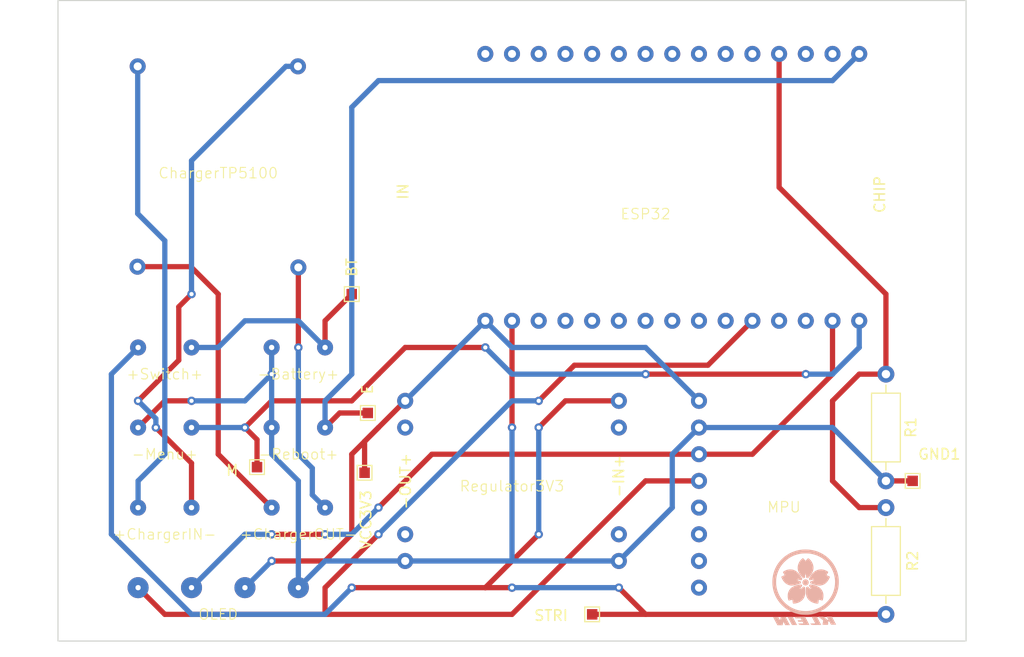
<source format=kicad_pcb>
(kicad_pcb (version 20221018) (generator pcbnew)
  (title_block (title "Gyroscopic controller - PCB") (rev "Dominik Klein"))
  (layers (0 "F.Cu" signal) (31 "B.Cu" signal) (34 "B.Paste" user) (35 "F.Paste" user) (36 "B.SilkS" user "B.Silkscreen") (37 "F.SilkS" user "F.Silkscreen") (38 "B.Mask" user) (39 "F.Mask" user) (44 "Edge.Cuts" user))
  (net 0 "")
  (net 1 "GND")
  (net 2 "BTSI")
  (net 3 "VCC3V3")
  (net 12 "SDA")
  (net 15 "SCL")
  (net 16 "D23")
  (net 28 "D34")
  (net 31 "EN")
  (net 36 "STRI")
  (net 37 "CHI-")
  (net 38 "CHI+")
  (net 39 "CHO+")
  (net 40 "CHO-")
  (footprint "TestPoint:TestPoint_Pad_1.0x1.0mm" (layer "F.Cu") (at 103.126734 59.57559)
    (fp_text reference "E" (at -0.033147 -2.244577 90) (layer "F.SilkS"))
    (fp_text value "~")
    (fp_line (start -0.7 -0.7) (end 0.7 -0.7) (stroke (width 0.12)) (layer "F.SilkS"))
    (fp_line (start -0.7 0.7) (end -0.7 -0.7) (stroke (width 0.12)) (layer "F.SilkS"))
    (fp_line (start 0.7 -0.7) (end 0.7 0.7) (stroke (width 0.12)) (layer "F.SilkS"))
    (fp_line (start 0.7 0.7) (end -0.7 0.7) (stroke (width 0.12)) (layer "F.SilkS"))
    (pad "1" smd rect (at 0 0) (size 1 1) (layers "F.Cu" "F.Mask") (net 31 "EN"))
  )
  (footprint "Gyroskopicke-pomucky:Tlacitko" (layer "F.Cu") (at 96.52 53.34)
    (fp_text reference "-Battery+" (at 0 2.54 unlocked) (layer "F.SilkS") (effects (font (thickness 0.1))))
    (fp_text value "Conn_01x02_Pin")
    (pad "1" thru_hole circle (at -2.54 0) (size 1.524 1.524) (drill 0.5) (layers "*.Cu" "*.Mask") (net 1 "GND"))
    (pad "2" thru_hole circle (at 2.54 0) (size 1.524 1.524) (drill 0.5) (layers "*.Cu" "*.Mask") (net 2 "BTSI"))
  )
  (footprint "Resistor_THT:R_Axial_DIN0207_L6.3mm_D2.5mm_P10.16mm_Horizontal" (layer "F.Cu") (at 152.4 78.74 90)
    (fp_text reference "R2" (at 5.08 2.54 90) (layer "F.SilkS"))
    (fp_text value "220kΩ")
    (fp_line (start 1.04 0) (end 1.81 0) (stroke (width 0.12)) (layer "F.SilkS"))
    (fp_line (start 1.81 -1.37) (end 1.81 1.37) (stroke (width 0.12)) (layer "F.SilkS"))
    (fp_line (start 1.81 1.37) (end 8.35 1.37) (stroke (width 0.12)) (layer "F.SilkS"))
    (fp_line (start 8.35 -1.37) (end 1.81 -1.37) (stroke (width 0.12)) (layer "F.SilkS"))
    (fp_line (start 8.35 1.37) (end 8.35 -1.37) (stroke (width 0.12)) (layer "F.SilkS"))
    (fp_line (start 9.12 0) (end 8.35 0) (stroke (width 0.12)) (layer "F.SilkS"))
    (pad "1" thru_hole circle (at 0 0 90) (size 1.6 1.6) (drill 0.8) (layers "*.Cu" "*.Mask") (net 36 "STRI"))
    (pad "2" thru_hole oval (at 10.16 0 90) (size 1.6 1.6) (drill 0.8) (layers "*.Cu" "*.Mask") (net 28 "D34"))
  )
  (footprint "Resistor_THT:R_Axial_DIN0207_L6.3mm_D2.5mm_P10.16mm_Horizontal" (layer "F.Cu") (at 152.4 55.88 -90)
    (fp_text reference "R1" (at 5.08 -2.37 90) (layer "F.SilkS"))
    (fp_text value "110k")
    (fp_line (start 1.04 0) (end 1.81 0) (stroke (width 0.12)) (layer "F.SilkS"))
    (fp_line (start 1.81 -1.37) (end 1.81 1.37) (stroke (width 0.12)) (layer "F.SilkS"))
    (fp_line (start 1.81 1.37) (end 8.35 1.37) (stroke (width 0.12)) (layer "F.SilkS"))
    (fp_line (start 8.35 -1.37) (end 1.81 -1.37) (stroke (width 0.12)) (layer "F.SilkS"))
    (fp_line (start 8.35 1.37) (end 8.35 -1.37) (stroke (width 0.12)) (layer "F.SilkS"))
    (fp_line (start 9.12 0) (end 8.35 0) (stroke (width 0.12)) (layer "F.SilkS"))
    (pad "1" thru_hole circle (at 0 0 270) (size 1.6 1.6) (drill 0.8) (layers "*.Cu" "*.Mask") (net 28 "D34"))
    (pad "2" thru_hole oval (at 10.16 0 270) (size 1.6 1.6) (drill 0.8) (layers "*.Cu" "*.Mask") (net 1 "GND"))
  )
  (footprint "Gyroskopicke-pomucky:Tlacitko" (layer "F.Cu") (at 96.52 60.96)
    (fp_text reference "-Reboot+" (at 0 2.54 unlocked) (layer "F.SilkS") (effects (font (thickness 0.1))))
    (fp_text value "Conn_01x02_Pin")
    (pad "1" thru_hole circle (at -2.54 0) (size 1.524 1.524) (drill 0.5) (layers "*.Cu" "*.Mask") (net 1 "GND"))
    (pad "2" thru_hole circle (at 2.54 0) (size 1.524 1.524) (drill 0.5) (layers "*.Cu" "*.Mask") (net 31 "EN"))
  )
  (footprint "MountingHole:MountingHole_2.1mm" (layer "F.Cu") (at 76.2 22.86)
    (fp_text reference "REF**" hide)
    (fp_text value "MountingHole_2.1mm")
    (pad "" np_thru_hole circle (at 0 0) (size 2.1 2.1) (drill 2.1) (layers "F&B.Cu" "*.Mask"))
  )
  (footprint "TestPoint:TestPoint_Pad_1.0x1.0mm" (layer "F.Cu") (at 154.94 66.04)
    (fp_text reference "GND1" (at 2.54 -2.54) (layer "F.SilkS"))
    (fp_text value "~")
    (fp_line (start -0.7 -0.7) (end 0.7 -0.7) (stroke (width 0.12)) (layer "F.SilkS"))
    (fp_line (start -0.7 0.7) (end -0.7 -0.7) (stroke (width 0.12)) (layer "F.SilkS"))
    (fp_line (start 0.7 -0.7) (end 0.7 0.7) (stroke (width 0.12)) (layer "F.SilkS"))
    (fp_line (start 0.7 0.7) (end -0.7 0.7) (stroke (width 0.12)) (layer "F.SilkS"))
    (pad "1" smd rect (at 0 0) (size 1 1) (layers "F.Cu" "F.Mask") (net 1 "GND"))
  )
  (footprint "Gyroskopicke-pomucky:Tlacitko" (layer "F.Cu") (at 96.52 68.58)
    (fp_text reference "+ChargerOUT-" (at 0 2.54 unlocked) (layer "F.SilkS") (effects (font (thickness 0.1))))
    (fp_text value "Conn_01x02_Pin")
    (pad "1" thru_hole circle (at -2.54 0) (size 1.524 1.524) (drill 0.5) (layers "*.Cu" "*.Mask") (net 39 "CHO+"))
    (pad "2" thru_hole circle (at 2.54 0) (size 1.524 1.524) (drill 0.5) (layers "*.Cu" "*.Mask") (net 40 "CHO-"))
  )
  (footprint "Gyroskopicke-pomucky:OLED" (layer "F.Cu") (at 88.9 76.2)
    (fp_text reference "OLED" (at 0 2.54 unlocked) (layer "F.SilkS") (effects (font (thickness 0.1))))
    (fp_text value "Conn_01x04_Pin")
    (pad "1" thru_hole circle (at -7.62 0) (size 2 2) (drill 0.5) (layers "*.Cu" "*.Mask") (net 12 "SDA"))
    (pad "2" thru_hole circle (at -2.54 0) (size 2 2) (drill 0.5) (layers "*.Cu" "*.Mask") (net 15 "SCL"))
    (pad "3" thru_hole circle (at 2.54 0) (size 2 2) (drill 0.5) (layers "*.Cu" "*.Mask") (net 3 "VCC3V3"))
    (pad "4" thru_hole circle (at 7.62 0) (size 2 2) (drill 0.5) (layers "*.Cu" "*.Mask") (net 1 "GND"))
  )
  (footprint "Gyroskopicke-pomucky:ESP32_30Pin_Module" (layer "F.Cu") (at 137.16 33.02 90)
    (fp_text reference "ESP32" (at -7.62 -7.62 unlocked) (layer "F.SilkS") (effects (font (thickness 0.1))))
    (fp_text value "~")
    (pad "1" thru_hole circle (at -17.78 -22.86 90) (size 1.524 1.524) (drill 0.762) (layers "*.Cu" "*.Mask") (net 3 "VCC3V3"))
    (pad "2" thru_hole circle (at -17.78 -20.32 90) (size 1.524 1.524) (drill 0.762) (layers "*.Cu" "*.Mask") (net 1 "GND"))
    (pad "3" thru_hole circle (at -17.78 -17.78 90) (size 1.524 1.524) (drill 0.762) (layers "*.Cu" "*.Mask"))
    (pad "4" thru_hole circle (at -17.78 -15.24 90) (size 1.524 1.524) (drill 0.762) (layers "*.Cu" "*.Mask"))
    (pad "5" thru_hole circle (at -17.78 -12.7 90) (size 1.524 1.524) (drill 0.762) (layers "*.Cu" "*.Mask"))
    (pad "6" thru_hole circle (at -17.78 -10.16 90) (size 1.524 1.524) (drill 0.762) (layers "*.Cu" "*.Mask"))
    (pad "7" thru_hole circle (at -17.78 -7.62 90) (size 1.524 1.524) (drill 0.762) (layers "*.Cu" "*.Mask"))
    (pad "8" thru_hole circle (at -17.78 -5.08 90) (size 1.524 1.524) (drill 0.762) (layers "*.Cu" "*.Mask"))
    (pad "9" thru_hole circle (at -17.78 -2.54 90) (size 1.524 1.524) (drill 0.762) (layers "*.Cu" "*.Mask"))
    (pad "10" thru_hole circle (at -17.78 0 90) (size 1.524 1.524) (drill 0.762) (layers "*.Cu" "*.Mask"))
    (pad "11" thru_hole circle (at -17.78 2.54 90) (size 1.524 1.524) (drill 0.762) (layers "*.Cu" "*.Mask") (net 12 "SDA"))
    (pad "12" thru_hole circle (at -17.78 5.08 90) (size 1.524 1.524) (drill 0.762) (layers "*.Cu" "*.Mask"))
    (pad "13" thru_hole circle (at -17.78 7.62 90) (size 1.524 1.524) (drill 0.762) (layers "*.Cu" "*.Mask"))
    (pad "14" thru_hole circle (at -17.78 10.16 90) (size 1.524 1.524) (drill 0.762) (layers "*.Cu" "*.Mask") (net 15 "SCL"))
    (pad "15" thru_hole circle (at -17.78 12.7 90) (size 1.524 1.524) (drill 0.762) (layers "*.Cu" "*.Mask") (net 16 "D23"))
    (pad "16" thru_hole circle (at 7.62 -22.86 90) (size 1.524 1.524) (drill 0.762) (layers "*.Cu" "*.Mask"))
    (pad "17" thru_hole circle (at 7.62 -20.32 90) (size 1.524 1.524) (drill 0.762) (layers "*.Cu" "*.Mask"))
    (pad "18" thru_hole circle (at 7.62 -17.78 90) (size 1.524 1.524) (drill 0.762) (layers "*.Cu" "*.Mask"))
    (pad "19" thru_hole circle (at 7.62 -15.24 90) (size 1.524 1.524) (drill 0.762) (layers "*.Cu" "*.Mask"))
    (pad "20" thru_hole circle (at 7.62 -12.7 90) (size 1.524 1.524) (drill 0.762) (layers "*.Cu" "*.Mask"))
    (pad "21" thru_hole circle (at 7.62 -10.16 90) (size 1.524 1.524) (drill 0.762) (layers "*.Cu" "*.Mask"))
    (pad "22" thru_hole circle (at 7.62 -7.62 90) (size 1.524 1.524) (drill 0.762) (layers "*.Cu" "*.Mask"))
    (pad "23" thru_hole circle (at 7.62 -5.08 90) (size 1.524 1.524) (drill 0.762) (layers "*.Cu" "*.Mask"))
    (pad "24" thru_hole circle (at 7.62 -2.54 90) (size 1.524 1.524) (drill 0.762) (layers "*.Cu" "*.Mask"))
    (pad "25" thru_hole circle (at 7.62 0 90) (size 1.524 1.524) (drill 0.762) (layers "*.Cu" "*.Mask"))
    (pad "26" thru_hole circle (at 7.62 2.54 90) (size 1.524 1.524) (drill 0.762) (layers "*.Cu" "*.Mask"))
    (pad "27" thru_hole circle (at 7.62 5.08 90) (size 1.524 1.524) (drill 0.762) (layers "*.Cu" "*.Mask") (net 28 "D34"))
    (pad "28" thru_hole circle (at 7.62 7.62 90) (size 1.524 1.524) (drill 0.762) (layers "*.Cu" "*.Mask"))
    (pad "29" thru_hole circle (at 7.62 10.16 90) (size 1.524 1.524) (drill 0.762) (layers "*.Cu" "*.Mask"))
    (pad "30" thru_hole circle (at 7.62 12.7 90) (size 1.524 1.524) (drill 0.762) (layers "*.Cu" "*.Mask") (net 31 "EN"))
  )
  (footprint "MountingHole:MountingHole_2.1mm" (layer "F.Cu") (at 157.48 22.86)
    (fp_text reference "REF**" hide)
    (fp_text value "MountingHole_2.1mm")
    (pad "" np_thru_hole circle (at 0 0) (size 2.1 2.1) (drill 2.1) (layers "F&B.Cu" "*.Mask"))
  )
  (footprint "MountingHole:MountingHole_2.1mm" (layer "F.Cu") (at 157.48 78.74)
    (fp_text reference "REF**" hide)
    (fp_text value "MountingHole_2.1mm")
    (pad "" np_thru_hole circle (at 0 0) (size 2.1 2.1) (drill 2.1) (layers "F&B.Cu" "*.Mask"))
  )
  (footprint "Gyroskopicke-pomucky:Tlacitko" (layer "F.Cu") (at 83.82 53.34)
    (fp_text reference "+Switch+" (at 0 2.54 unlocked) (layer "F.SilkS") (effects (font (thickness 0.1))))
    (fp_text value "Conn_01x02_Pin")
    (pad "1" thru_hole circle (at -2.54 0) (size 1.524 1.524) (drill 0.5) (layers "*.Cu" "*.Mask") (net 36 "STRI"))
    (pad "2" thru_hole circle (at 2.54 0) (size 1.524 1.524) (drill 0.5) (layers "*.Cu" "*.Mask") (net 2 "BTSI"))
  )
  (footprint "Gyroskopicke-pomucky:Tlacitko" (layer "F.Cu") (at 83.82 68.58 180)
    (fp_text reference "+ChargerIN-" (at 0 -2.54 unlocked) (layer "F.SilkS") (effects (font (thickness 0.1))))
    (fp_text value "Conn_01x02_Pin")
    (pad "1" thru_hole circle (at -2.54 0 180) (size 1.524 1.524) (drill 0.5) (layers "*.Cu" "*.Mask") (net 37 "CHI-"))
    (pad "2" thru_hole circle (at 2.54 0 180) (size 1.524 1.524) (drill 0.5) (layers "*.Cu" "*.Mask") (net 38 "CHI+"))
  )
  (footprint "Gyroskopicke-pomucky:Gyroskop" (layer "F.Cu") (at 139.7 66.04)
    (fp_text reference "MPU" (at 3 2.5 unlocked) (layer "F.SilkS") (effects (font (thickness 0.1))))
    (fp_text value "~")
    (pad "1" thru_hole circle (at -5.08 -7.62 270) (size 1.524 1.524) (drill 0.762) (layers "*.Cu" "*.Mask") (net 3 "VCC3V3"))
    (pad "2" thru_hole circle (at -5.08 -5.08 270) (size 1.524 1.524) (drill 0.762) (layers "*.Cu" "*.Mask") (net 1 "GND"))
    (pad "3" thru_hole circle (at -5.08 -2.54 270) (size 1.524 1.524) (drill 0.762) (layers "*.Cu" "*.Mask") (net 15 "SCL"))
    (pad "4" thru_hole circle (at -5.08 0 270) (size 1.524 1.524) (drill 0.762) (layers "*.Cu" "*.Mask") (net 12 "SDA"))
    (pad "5" thru_hole circle (at -5.08 2.54 270) (size 1.524 1.524) (drill 0.762) (layers "*.Cu" "*.Mask"))
    (pad "6" thru_hole circle (at -5.08 5.08 270) (size 1.524 1.524) (drill 0.762) (layers "*.Cu" "*.Mask"))
    (pad "7" thru_hole circle (at -5.08 7.62 270) (size 1.524 1.524) (drill 0.762) (layers "*.Cu" "*.Mask"))
    (pad "8" thru_hole circle (at -5.08 10.16 270) (size 1.524 1.524) (drill 0.762) (layers "*.Cu" "*.Mask"))
  )
  (footprint "Gyroskopicke-pomucky:Tlacitko" (layer "F.Cu") (at 83.82 60.96)
    (fp_text reference "-Menu+" (at 0 2.54 unlocked) (layer "F.SilkS") (effects (font (thickness 0.1))))
    (fp_text value "Conn_01x02_Pin")
    (pad "1" thru_hole circle (at -2.54 0) (size 1.524 1.524) (drill 0.5) (layers "*.Cu" "*.Mask") (net 1 "GND"))
    (pad "2" thru_hole circle (at 2.54 0) (size 1.524 1.524) (drill 0.5) (layers "*.Cu" "*.Mask") (net 16 "D23"))
  )
  (footprint "TestPoint:TestPoint_Pad_1.0x1.0mm" (layer "F.Cu") (at 124.46 78.74)
    (fp_text reference "STRI" (at -3.903796 0.110939) (layer "F.SilkS"))
    (fp_text value "~")
    (fp_line (start -0.7 -0.7) (end 0.7 -0.7) (stroke (width 0.12)) (layer "F.SilkS"))
    (fp_line (start -0.7 0.7) (end -0.7 -0.7) (stroke (width 0.12)) (layer "F.SilkS"))
    (fp_line (start 0.7 -0.7) (end 0.7 0.7) (stroke (width 0.12)) (layer "F.SilkS"))
    (fp_line (start 0.7 0.7) (end -0.7 0.7) (stroke (width 0.12)) (layer "F.SilkS"))
    (pad "1" smd rect (at 0 0) (size 1 1) (layers "F.Cu" "F.Mask") (net 36 "STRI"))
  )
  (footprint "Gyroskopicke-pomucky:TP5100" (layer "F.Cu") (at 86.321539 36.743557 -90)
    (fp_text reference "ChargerTP5100" (at 0 -2.578461 unlocked) (layer "F.SilkS") (effects (font (thickness 0.1))))
    (fp_text value "~")
    (pad "1" thru_hole circle (at -10.16 -10.16 270) (size 1.524 1.524) (drill 0.762) (layers "*.Cu" "*.Mask") (net 37 "CHI-"))
    (pad "2" thru_hole circle (at -10.16 5.08 270) (size 1.524 1.524) (drill 0.762) (layers "*.Cu" "*.Mask") (net 38 "CHI+"))
    (pad "3" thru_hole circle (at 8.976443 -10.198461 270) (size 1.524 1.524) (drill 0.762) (layers "*.Cu" "*.Mask") (net 40 "CHO-"))
    (pad "4" thru_hole circle (at 8.907517 5.103229 270) (size 1.524 1.524) (drill 0.762) (layers "*.Cu" "*.Mask") (net 39 "CHO+"))
  )
  (footprint "TestPoint:TestPoint_Pad_1.0x1.0mm" (layer "F.Cu") (at 92.589841 64.728669)
    (fp_text reference "M" (at -2.360539 0.30573) (layer "F.SilkS"))
    (fp_text value "~")
    (fp_line (start -0.7 -0.7) (end 0.7 -0.7) (stroke (width 0.12)) (layer "F.SilkS"))
    (fp_line (start -0.7 0.7) (end -0.7 -0.7) (stroke (width 0.12)) (layer "F.SilkS"))
    (fp_line (start 0.7 -0.7) (end 0.7 0.7) (stroke (width 0.12)) (layer "F.SilkS"))
    (fp_line (start 0.7 0.7) (end -0.7 0.7) (stroke (width 0.12)) (layer "F.SilkS"))
    (pad "1" smd rect (at 0 0) (size 1 1) (layers "F.Cu" "F.Mask") (net 16 "D23"))
  )
  (footprint "TestPoint:TestPoint_Pad_1.0x1.0mm" (layer "F.Cu") (at 102.819088 65.267051)
    (fp_text reference "VCC3V3" (at 0.133935 4.468539 90) (layer "F.SilkS"))
    (fp_text value "~")
    (fp_line (start -0.7 -0.7) (end 0.7 -0.7) (stroke (width 0.12)) (layer "F.SilkS"))
    (fp_line (start -0.7 0.7) (end -0.7 -0.7) (stroke (width 0.12)) (layer "F.SilkS"))
    (fp_line (start 0.7 -0.7) (end 0.7 0.7) (stroke (width 0.12)) (layer "F.SilkS"))
    (fp_line (start 0.7 0.7) (end -0.7 0.7) (stroke (width 0.12)) (layer "F.SilkS"))
    (pad "1" smd rect (at 0 0) (size 1 1) (layers "F.Cu" "F.Mask") (net 3 "VCC3V3"))
  )
  (footprint "Gyroskopicke-pomucky:Regulator" (layer "F.Cu") (at 116.84 66.04 180)
    (fp_text reference "Regulator3V3" (at 0 -0.5 unlocked) (layer "F.SilkS") (effects (font (thickness 0.1))))
    (fp_text value "~")
    (pad "1" thru_hole circle (at -10.16 -7.62 180) (size 1.524 1.524) (drill 0.762) (layers "*.Cu" "*.Mask") (net 1 "GND"))
    (pad "2" thru_hole circle (at -10.16 -5.08 180) (size 1.524 1.524) (drill 0.762) (layers "*.Cu" "*.Mask"))
    (pad "3" thru_hole circle (at -10.16 5.08 180) (size 1.524 1.524) (drill 0.762) (layers "*.Cu" "*.Mask"))
    (pad "4" thru_hole circle (at -10.16 7.62 180) (size 1.524 1.524) (drill 0.762) (layers "*.Cu" "*.Mask") (net 36 "STRI"))
    (pad "5" thru_hole circle (at 10.16 -7.62 180) (size 1.524 1.524) (drill 0.762) (layers "*.Cu" "*.Mask") (net 1 "GND"))
    (pad "6" thru_hole circle (at 10.16 -5.08 180) (size 1.524 1.524) (drill 0.762) (layers "*.Cu" "*.Mask"))
    (pad "7" thru_hole circle (at 10.16 5.08 180) (size 1.524 1.524) (drill 0.762) (layers "*.Cu" "*.Mask"))
    (pad "8" thru_hole circle (at 10.16 7.62 180) (size 1.524 1.524) (drill 0.762) (layers "*.Cu" "*.Mask") (net 3 "VCC3V3"))
  )
  (footprint "MountingHole:MountingHole_2.1mm" (layer "F.Cu") (at 76.2 78.74)
    (fp_text reference "REF**" hide)
    (fp_text value "MountingHole_2.1mm")
    (pad "" np_thru_hole circle (at 0 0) (size 2.1 2.1) (drill 2.1) (layers "F&B.Cu" "*.Mask"))
  )
  (footprint "TestPoint:TestPoint_Pad_1.0x1.0mm" (layer "F.Cu") (at 101.6 48.26)
    (fp_text reference "BT" (at 0 -2.54 90) (layer "F.SilkS"))
    (fp_text value "~")
    (fp_line (start -0.7 -0.7) (end 0.7 -0.7) (stroke (width 0.12)) (layer "F.SilkS"))
    (fp_line (start -0.7 0.7) (end -0.7 -0.7) (stroke (width 0.12)) (layer "F.SilkS"))
    (fp_line (start 0.7 -0.7) (end 0.7 0.7) (stroke (width 0.12)) (layer "F.SilkS"))
    (fp_line (start 0.7 0.7) (end -0.7 0.7) (stroke (width 0.12)) (layer "F.SilkS"))
    (pad "1" smd rect (at 0 0) (size 1 1) (layers "F.Cu" "F.Mask") (net 2 "BTSI"))
  )
  (footprint "Gyroskopicke-pomucky:logoKvet" (layer "B.Cu") (at 144.78 76.2 180)
    (fp_text reference "G***" hide)
    (fp_text value "LOGO" hide)
    (fp_poly (pts (xy 1.705761 -2.816532) (xy 1.696019 -2.833957) (xy 1.67754 -2.86809) (xy 1.651594 -2.916542) (xy 1.619455 -2.976922) (xy 1.582394 -3.046842) (xy 1.541682 -3.123911) (xy 1.499167 -3.204647) (xy 1.313528 -3.557725) (xy 1.073053 -3.557725) (xy 0.832577 -3.557725) (xy 1.037796 -3.169609) (xy 1.243015 -2.781494) (xy 1.484865 -2.781494) (xy 1.726716 -2.781494)) (fill solid) (layer "B.SilkS"))
    (fp_poly (pts (xy -0.6404 -2.924342) (xy -0.676129 -2.99201) (xy -0.717438 -3.07011) (xy -0.759773 -3.15004) (xy -0.798581 -3.2232) (xy -0.807338 -3.239686) (xy -0.893262 -3.4014) (xy -0.651283 -3.404299) (xy -0.409303 -3.407197) (xy -0.493043 -3.482215) (xy -0.576783 -3.557233) (xy -0.733107 -3.554967) (xy -0.788898 -3.554204) (xy -0.861009 -3.553285) (xy -0.944196 -3.552275) (xy -1.033219 -3.551235) (xy -1.122834 -3.550229) (xy -1.17651 -3.549649) (xy -1.463589 -3.546596) (xy -1.258462 -3.158655) (xy -1.053335 -2.770713) (xy -0.806361 -2.770713) (xy -0.559387 -2.770713)) (fill solid) (layer "B.SilkS"))
    (fp_poly (pts (xy 0.121776 0.775164) (xy 0.154102 0.761619) (xy 0.220357 0.717873) (xy 0.27096 0.659687) (xy 0.305011 0.588349) (xy 0.319352 0.525492) (xy 0.318079 0.460496) (xy 0.298889 0.394217) (xy 0.264519 0.331572) (xy 0.217704 0.277475) (xy 0.161181 0.236844) (xy 0.157707 0.235027) (xy 0.111098 0.218767) (xy 0.053454 0.20946) (xy -0.006317 0.207692) (xy -0.059307 0.214045) (xy -0.078184 0.219566) (xy -0.145182 0.255466) (xy -0.203148 0.307925) (xy -0.247483 0.372399) (xy -0.259716 0.398897) (xy -0.269771 0.441002) (xy -0.273176 0.494491) (xy -0.270147 0.550309) (xy -0.260899 0.5994) (xy -0.254519 0.617452) (xy -0.215263 0.681799) (xy -0.161858 0.732602) (xy -0.097879 0.768601) (xy -0.026898 0.788534) (xy 0.047511 0.791142)) (fill solid) (layer "B.SilkS"))
    (fp_poly (pts (xy 2.414941 -2.943209) (xy 2.428411 -2.996792) (xy 2.440647 -3.042001) (xy 2.450578 -3.075127) (xy 2.457131 -3.092461) (xy 2.45858 -3.094142) (xy 2.465796 -3.085127) (xy 2.481031 -3.060292) (xy 2.502364 -3.022952) (xy 2.527876 -2.976422) (xy 2.541308 -2.951294) (xy 2.617051 -2.808446) (xy 2.865138 -2.805555) (xy 3.113225 -2.802664) (xy 2.907553 -3.190976) (xy 2.70188 -3.579287) (xy 2.456406 -3.579287) (xy 2.210933 -3.579287) (xy 2.200488 -3.538858) (xy 2.193397 -3.511327) (xy 2.182633 -3.469432) (xy 2.169871 -3.4197) (xy 2.161034 -3.385229) (xy 2.148613 -3.338426) (xy 2.137506 -3.299595) (xy 2.129092 -3.273378) (xy 2.125244 -3.264627) (xy 2.118301 -3.271151) (xy 2.103419 -3.293919) (xy 2.082377 -3.329927) (xy 2.056951 -3.376171) (xy 2.037606 -3.412811) (xy 1.956749 -3.568397) (xy 1.734264 -3.568451) (xy 1.511779 -3.568506) (xy 1.716998 -3.18039) (xy 1.922217 -2.792275) (xy 2.150252 -2.792275) (xy 2.378287 -2.792275)) (fill solid) (layer "B.SilkS"))
    (fp_poly (pts (xy 0.326425 -2.771025) (xy 0.409634 -2.771897) (xy 0.502051 -2.773237) (xy 0.597502 -2.774949) (xy 0.689816 -2.77694) (xy 0.725968 -2.777832) (xy 1.002632 -2.784951) (xy 1.002632 -2.853299) (xy 1.002632 -2.921647) (xy 0.7409 -2.921647) (xy 0.479169 -2.921647) (xy 0.433721 -3.013285) (xy 0.388273 -3.104923) (xy 0.582252 -3.104923) (xy 0.64423 -3.10527) (xy 0.698014 -3.106232) (xy 0.740201 -3.107694) (xy 0.767389 -3.109541) (xy 0.776231 -3.1115) (xy 0.771515 -3.12366) (xy 0.759152 -3.149218) (xy 0.741818 -3.182642) (xy 0.741807 -3.182663) (xy 0.707383 -3.24725) (xy 0.512711 -3.239574) (xy 0.318039 -3.231899) (xy 0.271466 -3.319345) (xy 0.224892 -3.406791) (xy 0.476304 -3.40726) (xy 0.727717 -3.40773) (xy 0.646859 -3.482509) (xy 0.566002 -3.557288) (xy 0.398897 -3.554995) (xy 0.33974 -3.55422) (xy 0.26447 -3.553289) (xy 0.178532 -3.552267) (xy 0.087374 -3.551218) (xy -0.003558 -3.550207) (xy -0.055288 -3.549649) (xy -0.342367 -3.546596) (xy -0.13724 -3.158655) (xy 0.067887 -2.770713) (xy 0.258596 -2.770713)) (fill solid) (layer "B.SilkS"))
    (fp_poly (pts (xy -2.065839 -2.89967) (xy -2.099653 -2.963287) (xy -2.124318 -3.010268) (xy -2.140605 -3.043119) (xy -2.149286 -3.064347) (xy -2.151131 -3.076459) (xy -2.146914 -3.081962) (xy -2.137404 -3.083364) (xy -2.123375 -3.083171) (xy -2.122312 -3.083162) (xy -2.108142 -3.081152) (xy -2.090498 -3.074261) (xy -2.06714 -3.060988) (xy -2.035826 -3.039829) (xy -1.994312 -3.009279) (xy -1.940357 -2.967837) (xy -1.881282 -2.921538) (xy -1.676443 -2.760113) (xy -1.424958 -2.760023) (xy -1.173474 -2.759932) (xy -1.338711 -2.881561) (xy -1.396658 -2.924234) (xy -1.454284 -2.9667) (xy -1.50712 -3.005667) (xy -1.550699 -3.037838) (xy -1.576276 -3.056752) (xy -1.609645 -3.083256) (xy -1.634988 -3.106793) (xy -1.648113 -3.123348) (xy -1.649048 -3.126486) (xy -1.647648 -3.142165) (xy -1.643494 -3.175226) (xy -1.637119 -3.221744) (xy -1.629056 -3.27779) (xy -1.622699 -3.320544) (xy -1.613723 -3.381177) (xy -1.606005 -3.435272) (xy -1.600095 -3.478828) (xy -1.59654 -3.507841) (xy -1.595747 -3.517296) (xy -1.597072 -3.523247) (xy -1.60284 -3.527802) (xy -1.615568 -3.531146) (xy -1.637775 -3.533463) (xy -1.671978 -3.534938) (xy -1.720695 -3.535757) (xy -1.786444 -3.536102) (xy -1.852919 -3.536163) (xy -2.110252 -3.536163) (xy -2.116934 -3.495734) (xy -2.121034 -3.459592) (xy -2.123463 -3.416371) (xy -2.123735 -3.400287) (xy -2.125035 -3.357361) (xy -2.128237 -3.307197) (xy -2.130835 -3.278475) (xy -2.137816 -3.211682) (xy -2.185878 -3.214903) (xy -2.23394 -3.218124) (xy -2.315282 -3.371753) (xy -2.396625 -3.525382) (xy -2.641744 -3.525382) (xy -2.886863 -3.525382) (xy -2.681644 -3.137266) (xy -2.476425 -2.749151) (xy -2.231164 -2.749151) (xy -1.985903 -2.749151)) (fill solid) (layer "B.SilkS"))
    (fp_poly (pts (xy 0.333472 2.776646) (xy 0.382193 2.735998) (xy 0.436755 2.682522) (xy 0.491934 2.621896) (xy 0.542505 2.559797) (xy 0.575928 2.513182) (xy 0.657842 2.37293) (xy 0.718366 2.231364) (xy 0.75749 2.088941) (xy 0.775203 1.946117) (xy 0.771496 1.803351) (xy 0.746359 1.6611) (xy 0.699782 1.51982) (xy 0.631754 1.379968) (xy 0.60203 1.33009) (xy 0.560475 1.267977) (xy 0.507712 1.195743) (xy 0.447764 1.11853) (xy 0.384655 1.04148) (xy 0.322408 0.969733) (xy 0.305119 0.950682) (xy 0.242572 0.88256) (xy 0.188667 0.904045) (xy 0.152136 0.917641) (xy 0.119355 0.928249) (xy 0.106771 0.931528) (xy 0.094849 0.934786) (xy 0.086676 0.941036) (xy 0.08126 0.954074) (xy 0.077606 0.977694) (xy 0.074725 1.01569) (xy 0.072018 1.064412) (xy 0.066405 1.144114) (xy 0.059014 1.203414) (xy 0.049588 1.24342) (xy 0.037868 1.265236) (xy 0.024026 1.270059) (xy 0.007891 1.256187) (xy -0.005914 1.221892) (xy -0.017133 1.168217) (xy -0.025512 1.096201) (xy -0.028386 1.056467) (xy -0.035331 0.942117) (xy -0.101218 0.920348) (xy -0.138594 0.907677) (xy -0.169487 0.896631) (xy -0.185036 0.890515) (xy -0.195771 0.891044) (xy -0.212248 0.901503) (xy -0.236464 0.923692) (xy -0.270415 0.959413) (xy -0.30851 1.00186) (xy -0.419074 1.13356) (xy -0.511138 1.258064) (xy -0.585734 1.37731) (xy -0.643893 1.493235) (xy -0.686647 1.607776) (xy -0.715028 1.722871) (xy -0.724326 1.782613) (xy -0.730719 1.916678) (xy -0.717338 2.053386) (xy -0.685298 2.190043) (xy -0.635716 2.323955) (xy -0.569709 2.452428) (xy -0.488393 2.572769) (xy -0.392884 2.682283) (xy -0.325586 2.744798) (xy -0.29007 2.774195) (xy -0.260056 2.797364) (xy -0.239626 2.811242) (xy -0.233576 2.813837) (xy -0.221659 2.806408) (xy -0.198469 2.786286) (xy -0.16725 2.756718) (xy -0.131249 2.72095) (xy -0.093713 2.682231) (xy -0.057886 2.643806) (xy -0.027014 2.608924) (xy -0.018034 2.598218) (xy 0.021906 2.549703) (xy 0.049709 2.582046) (xy 0.114987 2.656919) (xy 0.167915 2.715254) (xy 0.209128 2.757726) (xy 0.23926 2.785013) (xy 0.242938 2.787895) (xy 0.279823 2.816028)) (fill solid) (layer "B.SilkS"))
    (fp_poly (pts (xy -1.328379 1.734141) (xy -1.186046 1.707877) (xy -1.048102 1.661726) (xy -0.915932 1.595994) (xy -0.790924 1.510986) (xy -0.674463 1.407008) (xy -0.621502 1.349873) (xy -0.576615 1.294383) (xy -0.52579 1.224876) (xy -0.472574 1.146698) (xy -0.420512 1.065198) (xy -0.37315 0.985722) (xy -0.340457 0.926097) (xy -0.287408 0.824361) (xy -0.326705 0.772879) (xy -0.349699 0.741984) (xy -0.36815 0.715819) (xy -0.375987 0.703555) (xy -0.382445 0.695693) (xy -0.393228 0.692872) (xy -0.412604 0.695571) (xy -0.444845 0.704275) (xy -0.481377 0.71545) (xy -0.548528 0.734525) (xy -0.612126 0.749175) (xy -0.668585 0.758872) (xy -0.714317 0.763086) (xy -0.745736 0.761289) (xy -0.75733 0.756134) (xy -0.764105 0.743068) (xy -0.753616 0.729187) (xy -0.749278 0.725692) (xy -0.721982 0.70846) (xy -0.680191 0.686646) (xy -0.629728 0.662887) (xy -0.576415 0.639822) (xy -0.526075 0.620087) (xy -0.487854 0.607274) (xy -0.420488 0.587564) (xy -0.420551 0.501316) (xy -0.420614 0.415068) (xy -0.649632 0.336985) (xy -0.755477 0.301576) (xy -0.8452 0.273245) (xy -0.922676 0.251004) (xy -0.99178 0.233869) (xy -1.056388 0.220851) (xy -1.120374 0.210967) (xy -1.166617 0.20541) (xy -1.233093 0.198961) (xy -1.285838 0.196077) (xy -1.33239 0.196778) (xy -1.380287 0.201083) (xy -1.41728 0.20605) (xy -1.555966 0.236866) (xy -1.686857 0.287438) (xy -1.8093 0.357178) (xy -1.922645 0.4455) (xy -2.026238 0.551815) (xy -2.119428 0.675536) (xy -2.201564 0.816075) (xy -2.271992 0.972845) (xy -2.274247 0.978644) (xy -2.296248 1.035514) (xy -2.246296 1.067193) (xy -2.213895 1.085144) (xy -2.168664 1.106866) (xy -2.118075 1.128865) (xy -2.092717 1.139026) (xy -2.048604 1.156467) (xy -2.01204 1.171573) (xy -1.987712 1.182369) (xy -1.980507 1.186277) (xy -1.982061 1.197876) (xy -1.993327 1.22314) (xy -2.012206 1.257693) (xy -2.02481 1.278645) (xy -2.066591 1.348223) (xy -2.098679 1.406374) (xy -2.120268 1.451463) (xy -2.130555 1.48186) (xy -2.130645 1.493404) (xy -2.117505 1.508808) (xy -2.089344 1.531186) (xy -2.05039 1.557794) (xy -2.004868 1.585887) (xy -1.957004 1.612717) (xy -1.913865 1.634236) (xy -1.767843 1.690567) (xy -1.620663 1.725791) (xy -1.473713 1.740214)) (fill solid) (layer "B.SilkS"))
    (fp_poly (pts (xy 1.61737 1.72948) (xy 1.749277 1.706146) (xy 1.874573 1.668621) (xy 1.989718 1.618087) (xy 2.091178 1.555725) (xy 2.138065 1.518394) (xy 2.179228 1.482386) (xy 2.125593 1.383948) (xy 2.099354 1.336751) (xy 2.07323 1.291381) (xy 2.051159 1.254609) (xy 2.04228 1.240664) (xy 2.024971 1.211286) (xy 2.022251 1.192264) (xy 2.036177 1.178841) (xy 2.068803 1.166262) (xy 2.07534 1.164185) (xy 2.110092 1.151609) (xy 2.153336 1.133584) (xy 2.200191 1.112442) (xy 2.24578 1.090519) (xy 2.285225 1.070146) (xy 2.313647 1.053658) (xy 2.325382 1.044581) (xy 2.327956 1.026071) (xy 2.320388 0.992582) (xy 2.304215 0.94726) (xy 2.280975 0.893252) (xy 2.252204 0.833704) (xy 2.219439 0.771762) (xy 2.184218 0.710573) (xy 2.148078 0.653284) (xy 2.112555 0.603039) (xy 2.104748 0.592954) (xy 2.003988 0.480968) (xy 1.89304 0.386544) (xy 1.773368 0.310336) (xy 1.646435 0.252997) (xy 1.513703 0.215183) (xy 1.376636 0.197545) (xy 1.236697 0.200739) (xy 1.229032 0.201523) (xy 1.115842 0.218768) (xy 0.985432 0.248266) (xy 0.837642 0.290056) (xy 0.705241 0.332891) (xy 0.637178 0.356311) (xy 0.576527 0.37781) (xy 0.526083 0.396344) (xy 0.488643 0.410871) (xy 0.467002 0.420347) (xy 0.462734 0.423348) (xy 0.463149 0.437317) (xy 0.463452 0.466752) (xy 0.463581 0.505558) (xy 0.463582 0.509622) (xy 0.463582 0.588004) (xy 0.543617 0.612848) (xy 0.593271 0.6301) (xy 0.645237 0.651239) (xy 0.695594 0.674285) (xy 0.740422 0.697259) (xy 0.7758 0.718183) (xy 0.797809 0.735077) (xy 0.803183 0.743888) (xy 0.793405 0.754033) (xy 0.766641 0.758905) (xy 0.726744 0.75876) (xy 0.67757 0.753854) (xy 0.622973 0.744443) (xy 0.566807 0.730783) (xy 0.555221 0.727413) (xy 0.510915 0.714138) (xy 0.473346 0.702908) (xy 0.44809 0.695388) (xy 0.441866 0.693553) (xy 0.426017 0.699813) (xy 0.401929 0.724581) (xy 0.377904 0.756344) (xy 0.330269 0.82389) (xy 0.387459 0.932128) (xy 0.484268 1.099713) (xy 0.587559 1.248551) (xy 0.696897 1.378195) (xy 0.811843 1.488203) (xy 0.931962 1.578128) (xy 1.056818 1.647527) (xy 1.113123 1.671438) (xy 1.208676 1.703702) (xy 1.301094 1.724418) (xy 1.398843 1.735102) (xy 1.482386 1.737442)) (fill solid) (layer "B.SilkS"))
    (fp_poly (pts (xy 0.481021 0.308557) (xy 0.52539 0.30329) (xy 0.563672 0.298263) (xy 0.755722 0.265202) (xy 0.930949 0.219523) (xy 1.089176 0.161311) (xy 1.230222 0.090647) (xy 1.353908 0.007614) (xy 1.460055 -0.087703) (xy 1.504552 -0.137587) (xy 1.551679 -0.202731) (xy 1.598275 -0.281781) (xy 1.640598 -0.367323) (xy 1.674905 -0.451941) (xy 1.693581 -0.512097) (xy 1.710186 -0.598038) (xy 1.720094 -0.696452) (xy 1.723022 -0.799224) (xy 1.718685 -0.89824) (xy 1.709621 -0.970288) (xy 1.695019 -1.045641) (xy 1.679345 -1.111439) (xy 1.663449 -1.164918) (xy 1.648184 -1.203316) (xy 1.6344 -1.223871) (xy 1.630803 -1.226099) (xy 1.614759 -1.225905) (xy 1.581866 -1.221001) (xy 1.536136 -1.212134) (xy 1.481578 -1.200054) (xy 1.447626 -1.191909) (xy 1.391077 -1.178253) (xy 1.342346 -1.16704) (xy 1.305051 -1.159057) (xy 1.282813 -1.155093) (xy 1.278179 -1.154993) (xy 1.275582 -1.166545) (xy 1.270996 -1.195538) (xy 1.264998 -1.238005) (xy 1.258165 -1.289978) (xy 1.2558 -1.30874) (xy 1.24702 -1.379849) (xy 1.239981 -1.432441) (xy 1.233218 -1.469321) (xy 1.225268 -1.493294) (xy 1.214664 -1.507167) (xy 1.199944 -1.513743) (xy 1.179642 -1.515829) (xy 1.152293 -1.51623) (xy 1.147434 -1.516319) (xy 1.097404 -1.515722) (xy 1.045216 -1.512532) (xy 1.01193 -1.508772) (xy 0.920142 -1.490991) (xy 0.822755 -1.465358) (xy 0.731222 -1.435025) (xy 0.701042 -1.423204) (xy 0.559108 -1.354622) (xy 0.434359 -1.273015) (xy 0.326791 -1.17838) (xy 0.236398 -1.070711) (xy 0.163178 -0.950002) (xy 0.107126 -0.816248) (xy 0.068238 -0.669445) (xy 0.053437 -0.57745) (xy 0.048217 -0.515016) (xy 0.045727 -0.437093) (xy 0.045817 -0.349559) (xy 0.048335 -0.258293) (xy 0.053128 -0.169174) (xy 0.060044 -0.088081) (xy 0.067617 -0.028975) (xy 0.080857 0.055251) (xy 0.160933 0.082126) (xy 0.241009 0.109001) (xy 0.349601 0.001775) (xy 0.390819 -0.038119) (xy 0.428536 -0.073151) (xy 0.459208 -0.100133) (xy 0.479292 -0.115878) (xy 0.482609 -0.117876) (xy 0.50356 -0.123491) (xy 0.512288 -0.113809) (xy 0.50956 -0.090742) (xy 0.496141 -0.056202) (xy 0.472798 -0.012103) (xy 0.440298 0.039644) (xy 0.399408 0.097126) (xy 0.393089 0.10548) (xy 0.334085 0.182926) (xy 0.371606 0.23208) (xy 0.394108 0.262352) (xy 0.412005 0.287838) (xy 0.418926 0.298747) (xy 0.424558 0.305806) (xy 0.434312 0.309803) (xy 0.451898 0.310724)) (fill solid) (layer "B.SilkS"))
    (fp_poly (pts (xy -0.389202 0.308641) (xy -0.377989 0.301579) (xy -0.370554 0.290075) (xy -0.36912 0.287023) (xy -0.354758 0.263078) (xy -0.332639 0.233544) (xy -0.323809 0.22309) (xy -0.290175 0.184783) (xy -0.348106 0.109805) (xy -0.386265 0.057317) (xy -0.419211 0.006092) (xy -0.445251 -0.040605) (xy -0.462692 -0.079508) (xy -0.469841 -0.107353) (xy -0.467002 -0.119483) (xy -0.456251 -0.124326) (xy -0.440587 -0.120046) (xy -0.418129 -0.105194) (xy -0.386995 -0.078321) (xy -0.345306 -0.037978) (xy -0.295987 0.012307) (xy -0.198469 0.113201) (xy -0.139663 0.089275) (xy -0.103493 0.07606) (xy -0.072276 0.067228) (xy -0.057813 0.065017) (xy -0.047195 0.06311) (xy -0.039453 0.055209) (xy -0.03329 0.037509) (xy -0.027411 0.006203) (xy -0.020519 -0.042515) (xy -0.020079 -0.045819) (xy -0.012956 -0.115823) (xy -0.008169 -0.197663) (xy -0.005675 -0.286562) (xy -0.005431 -0.377741) (xy -0.007392 -0.466423) (xy -0.011515 -0.54783) (xy -0.017756 -0.617183) (xy -0.025791 -0.668421) (xy -0.06223 -0.804775) (xy -0.110232 -0.925404) (xy -0.171562 -1.033789) (xy -0.247987 -1.133412) (xy -0.278505 -1.166725) (xy -0.38862 -1.266832) (xy -0.512365 -1.350775) (xy -0.650098 -1.418735) (xy -0.802179 -1.470891) (xy -0.950906 -1.504346) (xy -1.006508 -1.512501) (xy -1.061074 -1.517661) (xy -1.110162 -1.519714) (xy -1.149327 -1.51855) (xy -1.174125 -1.514057) (xy -1.180053 -1.51009) (xy -1.184221 -1.495266) (xy -1.190289 -1.463411) (xy -1.197594 -1.418899) (xy -1.205472 -1.366107) (xy -1.213258 -1.309411) (xy -1.220288 -1.253189) (xy -1.223927 -1.220946) (xy -1.228989 -1.186075) (xy -1.235052 -1.161728) (xy -1.240262 -1.153565) (xy -1.253464 -1.156016) (xy -1.283642 -1.162757) (xy -1.326845 -1.172874) (xy -1.379125 -1.185452) (xy -1.403047 -1.191299) (xy -1.458913 -1.204721) (xy -1.508308 -1.216039) (xy -1.54698 -1.22432) (xy -1.570678 -1.228629) (xy -1.574982 -1.229032) (xy -1.588365 -1.222939) (xy -1.601813 -1.203351) (xy -1.61613 -1.168302) (xy -1.632125 -1.115827) (xy -1.650165 -1.045755) (xy -1.666081 -0.958037) (xy -1.675053 -0.858736) (xy -1.677058 -0.754996) (xy -1.672072 -0.653959) (xy -1.660071 -0.562767) (xy -1.65192 -0.525019) (xy -1.606753 -0.387331) (xy -1.543494 -0.261178) (xy -1.462375 -0.146733) (xy -1.363627 -0.044167) (xy -1.247481 0.046349) (xy -1.11417 0.124644) (xy -0.963925 0.190546) (xy -0.796977 0.243884) (xy -0.613559 0.284486) (xy -0.541815 0.29621) (xy -0.480499 0.305048) (xy -0.436957 0.31019) (xy -0.407691 0.31145)) (fill solid) (layer "B.SilkS"))
    (fp_poly (pts (xy 0.132399 3.632346) (xy 0.229522 3.629954) (xy 0.314442 3.625641) (xy 0.357326 3.6221) (xy 0.615232 3.585834) (xy 0.868534 3.529035) (xy 1.115836 3.452287) (xy 1.355743 3.356172) (xy 1.586859 3.241275) (xy 1.807787 3.108177) (xy 2.017134 2.957463) (xy 2.091511 2.89724) (xy 2.280896 2.725171) (xy 2.453745 2.539626) (xy 2.609553 2.341551) (xy 2.747812 2.131892) (xy 2.868016 1.911595) (xy 2.96966 1.681605) (xy 3.052236 1.442867) (xy 3.115239 1.196329) (xy 3.158162 0.942935) (xy 3.164027 0.893906) (xy 3.170997 0.81337) (xy 3.175994 0.717956) (xy 3.178968 0.613672) (xy 3.179872 0.506526) (xy 3.178658 0.402526) (xy 3.175277 0.30768) (xy 3.169682 0.227997) (xy 3.169376 0.224848) (xy 3.133372 -0.032827) (xy 3.076989 -0.283602) (xy 3.000426 -0.527012) (xy 2.903882 -0.762593) (xy 2.787557 -0.989879) (xy 2.65165 -1.208407) (xy 2.496361 -1.417711) (xy 2.429947 -1.497485) (xy 2.255611 -1.683968) (xy 2.066854 -1.854925) (xy 1.864845 -2.009724) (xy 1.650757 -2.147732) (xy 1.425757 -2.268316) (xy 1.191018 -2.370845) (xy 0.94771 -2.454686) (xy 0.697002 -2.519207) (xy 0.462279 -2.560756) (xy 0.405273 -2.566931) (xy 0.331554 -2.572262) (xy 0.24583 -2.576643) (xy 0.152809 -2.579972) (xy 0.057198 -2.582146) (xy -0.036295 -2.58306) (xy -0.122962 -2.58261) (xy -0.198096 -2.580695) (xy -0.256988 -2.577209) (xy -0.262562 -2.576697) (xy -0.518464 -2.542294) (xy -0.766581 -2.488815) (xy -1.009313 -2.415578) (xy -1.249054 -2.3219) (xy -1.396137 -2.253797) (xy -1.622508 -2.131089) (xy -1.836257 -1.991555) (xy -2.036613 -1.836191) (xy -2.222806 -1.665993) (xy -2.394064 -1.481957) (xy -2.549618 -1.285079) (xy -2.688695 -1.076354) (xy -2.810525 -0.856779) (xy -2.914337 -0.627348) (xy -2.999361 -0.389058) (xy -3.064826 -0.142905) (xy -3.077821 -0.081376) (xy -3.105471 0.084683) (xy -3.124954 0.262788) (xy -3.135907 0.445788) (xy -3.136899 0.532929) (xy -2.781494 0.532929) (xy -2.771111 0.29327) (xy -2.7405 0.05921) (xy -2.690465 -0.168394) (xy -2.621815 -0.388685) (xy -2.535353 -0.600804) (xy -2.431886 -0.803893) (xy -2.312221 -0.997094) (xy -2.177162 -1.179549) (xy -2.027516 -1.350401) (xy -1.864089 -1.508792) (xy -1.687687 -1.653863) (xy -1.499116 -1.784757) (xy -1.299181 -1.900616) (xy -1.088688 -2.000581) (xy -0.868444 -2.083796) (xy -0.639254 -2.149401) (xy -0.401924 -2.19654) (xy -0.194058 -2.221475) (xy -0.113402 -2.225813) (xy -0.017666 -2.226982) (xy 0.086937 -2.225206) (xy 0.194192 -2.22071) (xy 0.297887 -2.213718) (xy 0.391809 -2.204453) (xy 0.434829 -2.198796) (xy 0.599837 -2.170873) (xy 0.751722 -2.136575) (xy 0.898506 -2.093743) (xy 1.048211 -2.040218) (xy 1.099661 -2.019824) (xy 1.306695 -1.926848) (xy 1.499737 -1.820761) (xy 1.681903 -1.699481) (xy 1.85631 -1.560927) (xy 2.026073 -1.403016) (xy 2.032308 -1.396772) (xy 2.196331 -1.217196) (xy 2.342091 -1.026262) (xy 2.469385 -0.824391) (xy 2.57801 -0.612002) (xy 2.667765 -0.389517) (xy 2.738445 -0.157356) (xy 2.78985 0.084061) (xy 2.809209 0.21562) (xy 2.816432 0.294091) (xy 2.820905 0.387965) (xy 2.822711 0.491703) (xy 2.821933 0.599771) (xy 2.818653 0.706632) (xy 2.812952 0.806749) (xy 2.804914 0.894586) (xy 2.798408 0.942886) (xy 2.749678 1.183822) (xy 2.681628 1.415434) (xy 2.594442 1.637353) (xy 2.488302 1.849212) (xy 2.363391 2.050642) (xy 2.219892 2.241276) (xy 2.070197 2.408265) (xy 1.891143 2.578822) (xy 1.70433 2.729814) (xy 1.508834 2.861711) (xy 1.303729 2.974982) (xy 1.088091 3.070098) (xy 0.860998 3.147528) (xy 0.621523 3.207741) (xy 0.428531 3.242605) (xy 0.361219 3.250359) (xy 0.277197 3.25616) (xy 0.181182 3.260013) (xy 0.077892 3.261922) (xy -0.027957 3.261894) (xy -0.131646 3.259933) (xy -0.228458 3.256045) (xy -0.313677 3.250236) (xy -0.382584 3.24251) (xy -0.388115 3.241676) (xy -0.640961 3.192537) (xy -0.882823 3.125382) (xy -1.113252 3.040488) (xy -1.331797 2.938132) (xy -1.538011 2.818591) (xy -1.731444 2.682144) (xy -1.911646 2.529066) (xy -2.078169 2.359634) (xy -2.230563 2.174127) (xy -2.317796 2.051099) (xy -2.445464 1.841646) (xy -2.552858 1.62511) (xy -2.639826 1.401988) (xy -2.706216 1.172778) (xy -2.751875 0.937978) (xy -2.776651 0.698086) (xy -2.781494 0.532929) (xy -3.136899 0.532929) (xy -3.137964 0.626531) (xy -3.130762 0.797866) (xy -3.125632 0.857911) (xy -3.090392 1.10653) (xy -3.034754 1.349998) (xy -2.959507 1.58717) (xy -2.865439 1.816904) (xy -2.753339 2.038056) (xy -2.623996 2.249482) (xy -2.478197 2.450038) (xy -2.316731 2.638582) (xy -2.140388 2.81397) (xy -1.949954 2.975058) (xy -1.74622 3.120702) (xy -1.529973 3.249759) (xy -1.446326 3.293389) (xy -1.257176 3.381704) (xy -1.070185 3.455054) (xy -0.880585 3.514835) (xy -0.683613 3.562438) (xy -0.474501 3.599258) (xy -0.339667 3.616934) (xy -0.265782 3.623527) (xy -0.176016 3.628407) (xy -0.075986 3.631531) (xy 0.028691 3.632858)) (fill solid) (layer "B.SilkS"))
  )
  (gr_rect (start 73.66 20.32) (end 160.02 81.28) (stroke (width 0.1)) (fill none) (layer "Edge.Cuts"))
  (gr_text "CHIP\n" (at 152.4 40.64 90) (layer "F.SilkS") (effects (font (size 1 1)) (justify left bottom)))
  (gr_text "-OUT+" (at 107.295293 68.843001 90) (layer "F.SilkS") (effects (font (size 1 1)) (justify left bottom)))
  (gr_text "IN\n" (at 107.058083 39.354306 90) (layer "F.SilkS") (effects (font (size 1 1)) (justify left bottom)))
  (gr_text "-IN+" (at 127.577174 67.680781 90) (layer "F.SilkS") (effects (font (size 1 1)) (justify left bottom)))
  (segment (start 116.84 50.8) (end 116.84 60.96) (width 0.5) (layer "F.Cu") (net 1))
  (segment (start 154.94 66.04) (end 152.4 66.04) (width 0.5) (layer "F.Cu") (net 1))
  (segment (start 83.82 58.42) (end 86.36 58.42) (width 0.5) (layer "F.Cu") (net 1))
  (segment (start 81.28 60.96) (end 83.82 58.42) (width 0.5) (layer "F.Cu") (net 1))
  (via (at 116.84 60.96) (size 0.8) (drill 0.4) (layers "F.Cu" "B.Cu") (net 1))
  (via (at 86.36 58.42) (size 0.8) (drill 0.4) (layers "F.Cu" "B.Cu") (net 1))
  (via (at 93.98 55.88) (size 0.8) (drill 0.4) (layers "F.Cu" "B.Cu") (net 1))
  (segment (start 93.98 55.88) (end 93.98 53.34) (width 0.5) (layer "B.Cu") (net 1))
  (segment (start 93.98 63.5) (end 96.52 66.04) (width 0.5) (layer "B.Cu") (net 1))
  (segment (start 99.06 73.66) (end 106.68 73.66) (width 0.5) (layer "B.Cu") (net 1))
  (segment (start 86.36 58.42) (end 91.44 58.42) (width 0.5) (layer "B.Cu") (net 1))
  (segment (start 127 73.66) (end 132.08 68.58) (width 0.5) (layer "B.Cu") (net 1))
  (segment (start 106.68 73.66) (end 116.84 73.66) (width 0.5) (layer "B.Cu") (net 1))
  (segment (start 96.52 76.2) (end 99.06 73.66) (width 0.5) (layer "B.Cu") (net 1))
  (segment (start 116.84 60.96) (end 116.84 73.66) (width 0.5) (layer "B.Cu") (net 1))
  (segment (start 91.44 58.42) (end 93.98 55.88) (width 0.5) (layer "B.Cu") (net 1))
  (segment (start 132.08 68.58) (end 132.08 63.5) (width 0.5) (layer "B.Cu") (net 1))
  (segment (start 116.84 73.66) (end 127 73.66) (width 0.5) (layer "B.Cu") (net 1))
  (segment (start 134.62 60.96) (end 147.32 60.96) (width 0.5) (layer "B.Cu") (net 1))
  (segment (start 93.98 60.96) (end 93.98 55.88) (width 0.5) (layer "B.Cu") (net 1))
  (segment (start 93.98 60.96) (end 93.98 63.5) (width 0.5) (layer "B.Cu") (net 1))
  (segment (start 96.52 66.04) (end 96.52 76.2) (width 0.5) (layer "B.Cu") (net 1))
  (segment (start 147.32 60.96) (end 152.4 66.04) (width 0.5) (layer "B.Cu") (net 1))
  (segment (start 132.08 63.5) (end 134.62 60.96) (width 0.5) (layer "B.Cu") (net 1))
  (segment (start 99.06 50.8) (end 101.6 48.26) (width 0.5) (layer "F.Cu") (net 2))
  (segment (start 99.06 53.34) (end 99.06 50.8) (width 0.5) (layer "F.Cu") (net 2))
  (segment (start 88.9 53.34) (end 91.44 50.8) (width 0.5) (layer "B.Cu") (net 2))
  (segment (start 86.36 53.34) (end 88.9 53.34) (width 0.5) (layer "B.Cu") (net 2))
  (segment (start 96.52 50.8) (end 99.06 53.34) (width 0.5) (layer "B.Cu") (net 2))
  (segment (start 91.44 50.8) (end 96.52 50.8) (width 0.5) (layer "B.Cu") (net 2))
  (segment (start 102.819088 62.280912) (end 104.14 60.96) (width 0.5) (layer "F.Cu") (net 3))
  (segment (start 101.6 71.12) (end 101.6 63.5) (width 0.5) (layer "F.Cu") (net 3))
  (segment (start 99.06 73.66) (end 101.6 71.12) (width 0.5) (layer "F.Cu") (net 3))
  (segment (start 104.14 60.96) (end 106.68 58.42) (width 0.5) (layer "F.Cu") (net 3))
  (segment (start 102.819088 65.267051) (end 102.819088 62.280912) (width 0.5) (layer "F.Cu") (net 3))
  (segment (start 93.98 73.66) (end 99.06 73.66) (width 0.5) (layer "F.Cu") (net 3))
  (segment (start 101.6 63.5) (end 104.14 60.96) (width 0.5) (layer "F.Cu") (net 3))
  (via (at 93.98 73.66) (size 0.8) (drill 0.4) (layers "F.Cu" "B.Cu") (net 3))
  (segment (start 106.68 58.42) (end 114.3 50.8) (width 0.5) (layer "B.Cu") (net 3))
  (segment (start 116.84 53.34) (end 114.3 50.8) (width 0.5) (layer "B.Cu") (net 3))
  (segment (start 91.44 76.2) (end 93.98 73.66) (width 0.5) (layer "B.Cu") (net 3))
  (segment (start 129.54 53.34) (end 116.84 53.34) (width 0.5) (layer "B.Cu") (net 3))
  (segment (start 134.62 58.42) (end 129.54 53.34) (width 0.5) (layer "B.Cu") (net 3))
  (segment (start 135.47 55.03) (end 122.77 55.03) (width 0.5) (layer "F.Cu") (net 12))
  (segment (start 81.28 76.2) (end 83.82 78.74) (width 0.5) (layer "F.Cu") (net 12))
  (segment (start 99.06 78.74) (end 116.84 78.74) (width 0.5) (layer "F.Cu") (net 12))
  (segment (start 104.14 71.12) (end 99.06 76.2) (width 0.5) (layer "F.Cu") (net 12))
  (segment (start 129.54 66.04) (end 134.62 66.04) (width 0.5) (layer "F.Cu") (net 12))
  (segment (start 122.77 55.03) (end 119.38 58.42) (width 0.5) (layer "F.Cu") (net 12))
  (segment (start 139.7 50.8) (end 135.47 55.03) (width 0.5) (layer "F.Cu") (net 12))
  (segment (start 83.82 78.74) (end 99.06 78.74) (width 0.5) (layer "F.Cu") (net 12))
  (segment (start 116.84 78.74) (end 129.54 66.04) (width 0.5) (layer "F.Cu") (net 12))
  (segment (start 99.06 76.2) (end 99.06 78.74) (width 0.5) (layer "F.Cu") (net 12))
  (via (at 119.38 58.42) (size 0.8) (drill 0.4) (layers "F.Cu" "B.Cu") (net 12))
  (via (at 104.14 71.12) (size 0.8) (drill 0.4) (layers "F.Cu" "B.Cu") (net 12))
  (segment (start 119.38 58.42) (end 116.84 58.42) (width 0.5) (layer "B.Cu") (net 12))
  (segment (start 116.84 58.42) (end 104.14 71.12) (width 0.5) (layer "B.Cu") (net 12))
  (segment (start 104.14 68.58) (end 109.22 63.5) (width 0.5) (layer "F.Cu") (net 15))
  (segment (start 109.22 63.5) (end 134.62 63.5) (width 0.5) (layer "F.Cu") (net 15))
  (segment (start 147.32 55.88) (end 147.32 50.8) (width 0.5) (layer "F.Cu") (net 15))
  (segment (start 134.62 63.5) (end 139.7 63.5) (width 0.5) (layer "F.Cu") (net 15))
  (segment (start 93.98 71.12) (end 99.06 71.12) (width 0.5) (layer "F.Cu") (net 15))
  (segment (start 139.7 63.5) (end 147.32 55.88) (width 0.5) (layer "F.Cu") (net 15))
  (via (at 99.06 71.12) (size 0.8) (drill 0.4) (layers "F.Cu" "B.Cu") (net 15))
  (via (at 104.14 68.58) (size 0.8) (drill 0.4) (layers "F.Cu" "B.Cu") (net 15))
  (via (at 93.98 71.12) (size 0.8) (drill 0.4) (layers "F.Cu" "B.Cu") (net 15))
  (segment (start 86.36 76.2) (end 91.44 71.12) (width 0.5) (layer "B.Cu") (net 15))
  (segment (start 91.44 71.12) (end 93.98 71.12) (width 0.5) (layer "B.Cu") (net 15))
  (segment (start 101.6 71.12) (end 104.14 68.58) (width 0.5) (layer "B.Cu") (net 15))
  (segment (start 99.06 71.12) (end 101.6 71.12) (width 0.5) (layer "B.Cu") (net 15))
  (segment (start 106.68 53.34) (end 114.3 53.34) (width 0.5) (layer "F.Cu") (net 16))
  (segment (start 101.6 58.42) (end 104.14 55.88) (width 0.5) (layer "F.Cu") (net 16))
  (segment (start 92.589841 62.109841) (end 91.44 60.96) (width 0.5) (layer "F.Cu") (net 16))
  (segment (start 129.54 55.88) (end 144.78 55.88) (width 0.5) (layer "F.Cu") (net 16))
  (segment (start 93.98 58.42) (end 101.6 58.42) (width 0.5) (layer "F.Cu") (net 16))
  (segment (start 92.589841 64.728669) (end 92.589841 62.109841) (width 0.5) (layer "F.Cu") (net 16))
  (segment (start 104.14 55.88) (end 106.68 53.34) (width 0.5) (layer "F.Cu") (net 16))
  (segment (start 91.44 60.96) (end 93.98 58.42) (width 0.5) (layer "F.Cu") (net 16))
  (via (at 91.44 60.96) (size 0.8) (drill 0.4) (layers "F.Cu" "B.Cu") (net 16))
  (via (at 114.3 53.34) (size 0.8) (drill 0.4) (layers "F.Cu" "B.Cu") (net 16))
  (via (at 144.78 55.88) (size 0.8) (drill 0.4) (layers "F.Cu" "B.Cu") (net 16))
  (via (at 129.54 55.88) (size 0.8) (drill 0.4) (layers "F.Cu" "B.Cu") (net 16))
  (segment (start 147.32 55.88) (end 149.86 53.34) (width 0.5) (layer "B.Cu") (net 16))
  (segment (start 149.86 53.34) (end 149.86 50.8) (width 0.5) (layer "B.Cu") (net 16))
  (segment (start 86.36 60.96) (end 91.44 60.96) (width 0.5) (layer "B.Cu") (net 16))
  (segment (start 144.78 55.88) (end 147.32 55.88) (width 0.5) (layer "B.Cu") (net 16))
  (segment (start 114.3 53.34) (end 116.84 55.88) (width 0.5) (layer "B.Cu") (net 16))
  (segment (start 116.84 55.88) (end 129.54 55.88) (width 0.5) (layer "B.Cu") (net 16))
  (segment (start 147.32 66.04) (end 147.32 58.42) (width 0.5) (layer "F.Cu") (net 28))
  (segment (start 152.4 68.58) (end 149.86 68.58) (width 0.5) (layer "F.Cu") (net 28))
  (segment (start 142.24 25.4) (end 142.24 38.1) (width 0.5) (layer "F.Cu") (net 28))
  (segment (start 149.86 55.88) (end 152.4 55.88) (width 0.5) (layer "F.Cu") (net 28))
  (segment (start 152.4 48.26) (end 152.4 55.88) (width 0.5) (layer "F.Cu") (net 28))
  (segment (start 142.24 38.1) (end 152.4 48.26) (width 0.5) (layer "F.Cu") (net 28))
  (segment (start 147.32 58.42) (end 149.86 55.88) (width 0.5) (layer "F.Cu") (net 28))
  (segment (start 149.86 68.58) (end 147.32 66.04) (width 0.5) (layer "F.Cu") (net 28))
  (segment (start 103.126734 59.57559) (end 100.44441 59.57559) (width 0.5) (layer "F.Cu") (net 31))
  (segment (start 100.44441 59.57559) (end 99.06 60.96) (width 0.5) (layer "F.Cu") (net 31))
  (segment (start 104.14 27.94) (end 147.32 27.94) (width 0.5) (layer "B.Cu") (net 31))
  (segment (start 101.6 30.48) (end 104.14 27.94) (width 0.5) (layer "B.Cu") (net 31))
  (segment (start 99.06 58.42) (end 101.6 55.88) (width 0.5) (layer "B.Cu") (net 31))
  (segment (start 147.32 27.94) (end 149.86 25.4) (width 0.5) (layer "B.Cu") (net 31))
  (segment (start 101.6 55.88) (end 101.6 30.48) (width 0.5) (layer "B.Cu") (net 31))
  (segment (start 99.06 60.96) (end 99.06 58.42) (width 0.5) (layer "B.Cu") (net 31))
  (segment (start 127 58.42) (end 121.92 58.42) (width 0.5) (layer "F.Cu") (net 36))
  (segment (start 114.3 76.2) (end 101.6 76.2) (width 0.5) (layer "F.Cu") (net 36))
  (segment (start 129.54 78.74) (end 127 76.2) (width 0.5) (layer "F.Cu") (net 36))
  (segment (start 119.38 71.12) (end 114.3 76.2) (width 0.5) (layer "F.Cu") (net 36))
  (segment (start 116.84 76.2) (end 114.3 76.2) (width 0.5) (layer "F.Cu") (net 36))
  (segment (start 152.4 78.74) (end 129.54 78.74) (width 0.5) (layer "F.Cu") (net 36))
  (segment (start 124.46 78.74) (end 129.54 78.74) (width 0.5) (layer "F.Cu") (net 36))
  (segment (start 121.92 58.42) (end 119.38 60.96) (width 0.5) (layer "F.Cu") (net 36))
  (via (at 101.6 76.2) (size 0.8) (drill 0.4) (layers "F.Cu" "B.Cu") (net 36))
  (via (at 127 76.2) (size 0.8) (drill 0.4) (layers "F.Cu" "B.Cu") (net 36))
  (via (at 119.38 71.12) (size 0.8) (drill 0.4) (layers "F.Cu" "B.Cu") (net 36))
  (via (at 119.38 60.96) (size 0.8) (drill 0.4) (layers "F.Cu" "B.Cu") (net 36))
  (via (at 116.84 76.2) (size 0.8) (drill 0.4) (layers "F.Cu" "B.Cu") (net 36))
  (segment (start 78.74 71.12) (end 78.74 55.88) (width 0.5) (layer "B.Cu") (net 36))
  (segment (start 127 76.2) (end 116.84 76.2) (width 0.5) (layer "B.Cu") (net 36))
  (segment (start 119.38 60.96) (end 119.38 71.12) (width 0.5) (layer "B.Cu") (net 36))
  (segment (start 86.36 78.74) (end 78.74 71.12) (width 0.5) (layer "B.Cu") (net 36))
  (segment (start 78.74 55.88) (end 81.28 53.34) (width 0.5) (layer "B.Cu") (net 36))
  (segment (start 101.6 76.2) (end 99.06 78.74) (width 0.5) (layer "B.Cu") (net 36))
  (segment (start 99.06 78.74) (end 86.36 78.74) (width 0.5) (layer "B.Cu") (net 36))
  (segment (start 86.36 48.26) (end 85.148 49.472) (width 0.5) (layer "F.Cu") (net 37))
  (segment (start 86.36 64.3495) (end 86.36 68.58) (width 0.5) (layer "F.Cu") (net 37))
  (segment (start 82.9705 60.96) (end 86.36 64.3495) (width 0.5) (layer "F.Cu") (net 37))
  (segment (start 85.148 49.472) (end 85.148 54.552) (width 0.5) (layer "F.Cu") (net 37))
  (segment (start 85.148 54.552) (end 81.28 58.42) (width 0.5) (layer "F.Cu") (net 37))
  (via (at 86.36 48.26) (size 0.8) (drill 0.4) (layers "F.Cu" "B.Cu") (net 37))
  (via (at 81.28 58.42) (size 0.8) (drill 0.4) (layers "F.Cu" "B.Cu") (net 37))
  (via (at 82.9705 60.96) (size 0.8) (drill 0.4) (layers "F.Cu" "B.Cu") (net 37))
  (segment (start 91.44 30.48) (end 86.36 35.56) (width 0.5) (layer "B.Cu") (net 37))
  (segment (start 96.481539 26.583557) (end 95.336443 26.583557) (width 0.5) (layer "B.Cu") (net 37))
  (segment (start 95.336443 26.583557) (end 91.44 30.48) (width 0.5) (layer "B.Cu") (net 37))
  (segment (start 81.28 58.42) (end 82.9705 60.1105) (width 0.5) (layer "B.Cu") (net 37))
  (segment (start 82.9705 60.1105) (end 82.9705 60.96) (width 0.5) (layer "B.Cu") (net 37))
  (segment (start 86.36 35.56) (end 86.36 48.26) (width 0.5) (layer "B.Cu") (net 37))
  (segment (start 81.241539 40.601539) (end 81.241539 26.583557) (width 0.5) (layer "B.Cu") (net 38))
  (segment (start 83.82 63.5) (end 83.82 43.18) (width 0.5) (layer "B.Cu") (net 38))
  (segment (start 81.28 68.58) (end 81.28 66.04) (width 0.5) (layer "B.Cu") (net 38))
  (segment (start 81.28 66.04) (end 83.82 63.5) (width 0.5) (layer "B.Cu") (net 38))
  (segment (start 83.82 43.18) (end 81.241539 40.601539) (width 0.5) (layer "B.Cu") (net 38))
  (segment (start 81.21831 45.651074) (end 86.291074 45.651074) (width 0.5) (layer "F.Cu") (net 39))
  (segment (start 88.9 48.26) (end 88.9 63.5) (width 0.5) (layer "F.Cu") (net 39))
  (segment (start 88.9 63.5) (end 93.98 68.58) (width 0.5) (layer "F.Cu") (net 39))
  (segment (start 86.291074 45.651074) (end 88.9 48.26) (width 0.5) (layer "F.Cu") (net 39))
  (segment (start 96.52 53.34) (end 96.52 45.72) (width 0.5) (layer "F.Cu") (net 40))
  (via (at 96.52 53.34) (size 0.8) (drill 0.4) (layers "F.Cu" "B.Cu") (net 40))
  (segment (start 97.848 64.828) (end 96.52 63.5) (width 0.5) (layer "B.Cu") (net 40))
  (segment (start 96.52 63.5) (end 96.52 53.34) (width 0.5) (layer "B.Cu") (net 40))
  (segment (start 99.06 68.58) (end 97.848 67.368) (width 0.5) (layer "B.Cu") (net 40))
  (segment (start 97.848 67.368) (end 97.848 64.828) (width 0.5) (layer "B.Cu") (net 40))
)
</source>
